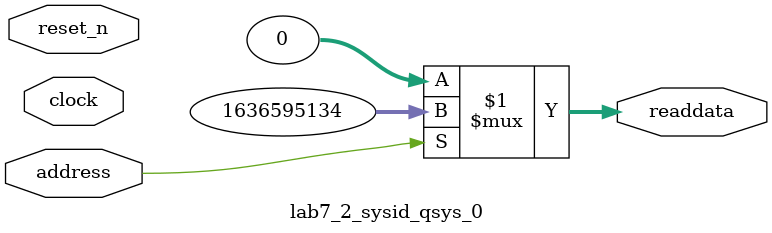
<source format=v>



// synthesis translate_off
`timescale 1ns / 1ps
// synthesis translate_on

// turn off superfluous verilog processor warnings 
// altera message_level Level1 
// altera message_off 10034 10035 10036 10037 10230 10240 10030 

module lab7_2_sysid_qsys_0 (
               // inputs:
                address,
                clock,
                reset_n,

               // outputs:
                readdata
             )
;

  output  [ 31: 0] readdata;
  input            address;
  input            clock;
  input            reset_n;

  wire    [ 31: 0] readdata;
  //control_slave, which is an e_avalon_slave
  assign readdata = address ? 1636595134 : 0;

endmodule



</source>
